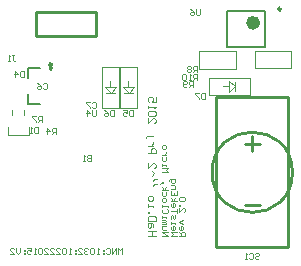
<source format=gbo>
G04 Layer_Color=32896*
%FSLAX25Y25*%
%MOIN*%
G70*
G01*
G75*
%ADD28C,0.01000*%
%ADD51C,0.00984*%
%ADD52C,0.00295*%
%ADD54C,0.00787*%
%ADD55C,0.00394*%
%ADD56C,0.00250*%
%ADD93C,0.02362*%
%ADD94C,0.00400*%
D28*
X96386Y41500D02*
G03*
X96386Y41500I-13386J0D01*
G01*
X16276Y76252D02*
G03*
X16276Y76252I-394J0D01*
G01*
X80500Y30500D02*
X85500D01*
X83000Y48500D02*
Y53500D01*
X80500Y51000D02*
X85500D01*
X71000Y16500D02*
Y66500D01*
Y16500D02*
X95000D01*
Y66500D01*
X71000D02*
X95000D01*
X11000Y87000D02*
X31000D01*
X11000Y95000D02*
X31000D01*
X11000Y87000D02*
Y95000D01*
X31000Y87000D02*
Y95000D01*
D51*
X92613Y95893D02*
G03*
X92613Y95893I-492J0D01*
G01*
X16217Y77387D02*
G03*
X16217Y77387I-492J0D01*
G01*
D52*
X73261Y70100D02*
X75229D01*
Y72069D02*
X77198Y70198D01*
X75229Y68230D02*
Y72069D01*
Y68230D02*
X77198Y70198D01*
Y68624D02*
Y71576D01*
X82119Y67147D02*
Y72954D01*
X68438D02*
X82119D01*
X68438Y67147D02*
Y72954D01*
Y67147D02*
X82119D01*
X41700Y69871D02*
Y71839D01*
X41798Y67902D02*
X43668Y69871D01*
X39830D02*
X43668D01*
X39830D02*
X41798Y67902D01*
X40224D02*
X43176D01*
X38747Y62981D02*
X44554D01*
Y76662D01*
X38747D02*
X44554D01*
X38747Y62981D02*
Y76662D01*
X35700Y69871D02*
Y71839D01*
X35798Y67902D02*
X37668Y69871D01*
X33830D02*
X37668D01*
X33830D02*
X35798Y67902D01*
X34224D02*
X37176D01*
X32747Y62981D02*
X38554D01*
Y76662D01*
X32747D02*
X38554D01*
X32747Y62981D02*
Y76662D01*
D54*
X87199Y83098D02*
Y95302D01*
X74601Y83098D02*
Y95302D01*
X87199D01*
X74601Y83098D02*
X87199D01*
X8244Y64394D02*
Y67544D01*
Y64394D02*
X12181D01*
X8244Y73056D02*
Y76205D01*
X12181D01*
D55*
X18566Y72606D02*
G03*
X18566Y72606I-197J0D01*
G01*
X65398Y81953D02*
X77602D01*
X65398Y76047D02*
Y81953D01*
Y76047D02*
X77602D01*
Y81953D01*
X83798Y82053D02*
X96002D01*
X83798Y76147D02*
Y82053D01*
Y76147D02*
X96002D01*
Y82053D01*
X3032Y60713D02*
Y62287D01*
X6968Y60713D02*
Y62287D01*
D56*
X50782Y20350D02*
X48283D01*
X49533D01*
Y22016D01*
X50782D01*
X48283D01*
X49949Y23266D02*
Y24099D01*
X49533Y24515D01*
X48283D01*
Y23266D01*
X48700Y22849D01*
X49116Y23266D01*
Y24515D01*
X50782Y25348D02*
X48283D01*
Y26598D01*
X48700Y27014D01*
X50366D01*
X50782Y26598D01*
Y25348D01*
X48283Y27848D02*
X48700D01*
Y28264D01*
X48283D01*
Y27848D01*
Y29930D02*
Y30763D01*
Y30347D01*
X49949D01*
Y29930D01*
X48283Y32429D02*
Y33263D01*
X48700Y33679D01*
X49533D01*
X49949Y33263D01*
Y32429D01*
X49533Y32013D01*
X48700D01*
X48283Y32429D01*
X51199Y37428D02*
X50366D01*
X49949Y37011D01*
X51199Y39094D02*
X50366D01*
X49949Y38677D01*
X49533Y40343D02*
X50366Y41177D01*
X49533Y42010D01*
X48283Y44509D02*
Y42843D01*
X49949Y44509D01*
X50366D01*
X50782Y44092D01*
Y43259D01*
X50366Y42843D01*
X48283Y47841D02*
X50782D01*
Y49091D01*
X50366Y49507D01*
X49533D01*
X49116Y49091D01*
Y47841D01*
X49949Y50340D02*
X48283D01*
X49116D01*
X49533Y50757D01*
X49949Y51173D01*
Y51590D01*
X47450Y52839D02*
Y53256D01*
X47866Y53672D01*
X49949D01*
X48283Y59504D02*
Y57838D01*
X49949Y59504D01*
X50366D01*
X50782Y59088D01*
Y58254D01*
X50366Y57838D01*
Y60337D02*
X50782Y60754D01*
Y61587D01*
X50366Y62003D01*
X48700D01*
X48283Y61587D01*
Y60754D01*
X48700Y60337D01*
X50366D01*
X48283Y62836D02*
Y63669D01*
Y63253D01*
X50782D01*
X50366Y62836D01*
X50782Y66585D02*
Y64919D01*
X49533D01*
X49949Y65752D01*
Y66168D01*
X49533Y66585D01*
X48700D01*
X48283Y66168D01*
Y65335D01*
X48700Y64919D01*
X13167Y71066D02*
X13500Y71399D01*
X14167D01*
X14500Y71066D01*
Y69733D01*
X14167Y69400D01*
X13500D01*
X13167Y69733D01*
X11168Y71399D02*
X11834Y71066D01*
X12501Y70400D01*
Y69733D01*
X12167Y69400D01*
X11501D01*
X11168Y69733D01*
Y70066D01*
X11501Y70400D01*
X12501D01*
X29667Y64466D02*
X30000Y64799D01*
X30667D01*
X31000Y64466D01*
Y63133D01*
X30667Y62800D01*
X30000D01*
X29667Y63133D01*
X29001Y64799D02*
X27668D01*
Y64466D01*
X29001Y63133D01*
Y62800D01*
X11500Y56499D02*
Y54500D01*
X10500D01*
X10167Y54833D01*
Y56166D01*
X10500Y56499D01*
X11500D01*
X9501Y54500D02*
X8834D01*
X9167D01*
Y56499D01*
X9501Y56166D01*
X7000Y75299D02*
Y73300D01*
X6000D01*
X5667Y73633D01*
Y74966D01*
X6000Y75299D01*
X7000D01*
X4001Y73300D02*
Y75299D01*
X5001Y74300D01*
X3668D01*
X2967Y80699D02*
X3634D01*
X3300D01*
Y79033D01*
X3634Y78700D01*
X3967D01*
X4300Y79033D01*
X2301Y78700D02*
X1634D01*
X1967D01*
Y80699D01*
X2301Y80366D01*
X17700Y54200D02*
Y56199D01*
X16700D01*
X16367Y55866D01*
Y55200D01*
X16700Y54866D01*
X17700D01*
X17033D02*
X16367Y54200D01*
X14701D02*
Y56199D01*
X15701Y55200D01*
X14368D01*
X13000Y58300D02*
Y60299D01*
X12000D01*
X11667Y59966D01*
Y59300D01*
X12000Y58966D01*
X13000D01*
X12333D02*
X11667Y58300D01*
X11001Y60299D02*
X9668D01*
Y59966D01*
X11001Y58633D01*
Y58300D01*
X30900Y62299D02*
Y60633D01*
X30567Y60300D01*
X29900D01*
X29567Y60633D01*
Y62299D01*
X27901Y60300D02*
Y62299D01*
X28901Y61300D01*
X27568D01*
X29100Y47299D02*
Y45300D01*
X28100D01*
X27767Y45633D01*
Y45966D01*
X28100Y46300D01*
X29100D01*
X28100D01*
X27767Y46633D01*
Y46966D01*
X28100Y47299D01*
X29100D01*
X27101Y45300D02*
X26434D01*
X26767D01*
Y47299D01*
X27101Y46966D01*
X43400Y62199D02*
Y60200D01*
X42400D01*
X42067Y60533D01*
Y61866D01*
X42400Y62199D01*
X43400D01*
X40068D02*
X41401D01*
Y61200D01*
X40734Y61533D01*
X40401D01*
X40068Y61200D01*
Y60533D01*
X40401Y60200D01*
X41067D01*
X41401Y60533D01*
X37000Y62199D02*
Y60200D01*
X36000D01*
X35667Y60533D01*
Y61866D01*
X36000Y62199D01*
X37000D01*
X33668D02*
X34334Y61866D01*
X35001Y61200D01*
Y60533D01*
X34667Y60200D01*
X34001D01*
X33668Y60533D01*
Y60866D01*
X34001Y61200D01*
X35001D01*
X67100Y67999D02*
Y66000D01*
X66100D01*
X65767Y66333D01*
Y67666D01*
X66100Y67999D01*
X67100D01*
X65101D02*
X63768D01*
Y67666D01*
X65101Y66333D01*
Y66000D01*
X64700Y75000D02*
Y76999D01*
X63700D01*
X63367Y76666D01*
Y76000D01*
X63700Y75666D01*
X64700D01*
X64034D02*
X63367Y75000D01*
X62701Y76666D02*
X62367Y76999D01*
X61701D01*
X61368Y76666D01*
Y76333D01*
X61701Y76000D01*
X61368Y75666D01*
Y75333D01*
X61701Y75000D01*
X62367D01*
X62701Y75333D01*
Y75666D01*
X62367Y76000D01*
X62701Y76333D01*
Y76666D01*
X62367Y76000D02*
X61701D01*
X63100Y70000D02*
Y71999D01*
X62100D01*
X61767Y71666D01*
Y71000D01*
X62100Y70666D01*
X63100D01*
X62434D02*
X61767Y70000D01*
X61101Y70333D02*
X60767Y70000D01*
X60101D01*
X59768Y70333D01*
Y71666D01*
X60101Y71999D01*
X60767D01*
X61101Y71666D01*
Y71333D01*
X60767Y71000D01*
X59768D01*
X64700Y72400D02*
Y74399D01*
X63700D01*
X63367Y74066D01*
Y73400D01*
X63700Y73066D01*
X64700D01*
X64034D02*
X63367Y72400D01*
X62701D02*
X62034D01*
X62367D01*
Y74399D01*
X62701Y74066D01*
X61035D02*
X60701Y74399D01*
X60035D01*
X59702Y74066D01*
Y72733D01*
X60035Y72400D01*
X60701D01*
X61035Y72733D01*
Y74066D01*
X83967Y14166D02*
X84300Y14499D01*
X84967D01*
X85300Y14166D01*
Y13833D01*
X84967Y13500D01*
X84300D01*
X83967Y13167D01*
Y12833D01*
X84300Y12500D01*
X84967D01*
X85300Y12833D01*
X81968Y14166D02*
X82301Y14499D01*
X82967D01*
X83301Y14166D01*
Y12833D01*
X82967Y12500D01*
X82301D01*
X81968Y12833D01*
X81301Y12500D02*
X80635D01*
X80968D01*
Y14499D01*
X81301Y14166D01*
X65700Y95899D02*
Y94233D01*
X65367Y93900D01*
X64700D01*
X64367Y94233D01*
Y95899D01*
X62368D02*
X63034Y95566D01*
X63701Y94900D01*
Y94233D01*
X63367Y93900D01*
X62701D01*
X62368Y94233D01*
Y94566D01*
X62701Y94900D01*
X63701D01*
X52800Y20400D02*
X54799D01*
X52800Y21733D01*
X54799D01*
X54133Y22399D02*
X53133D01*
X52800Y22733D01*
Y23732D01*
X54133D01*
X52800Y24399D02*
X54133D01*
Y24732D01*
X53800Y25065D01*
X52800D01*
X53800D01*
X54133Y25398D01*
X53800Y25732D01*
X52800D01*
Y26398D02*
Y27064D01*
Y26731D01*
X54133D01*
Y26398D01*
X54466Y29397D02*
X54799Y29064D01*
Y28397D01*
X54466Y28064D01*
X53133D01*
X52800Y28397D01*
Y29064D01*
X53133Y29397D01*
X52800Y30064D02*
Y30730D01*
Y30397D01*
X54799D01*
Y30064D01*
X52800Y32063D02*
Y32729D01*
X53133Y33063D01*
X53800D01*
X54133Y32729D01*
Y32063D01*
X53800Y31730D01*
X53133D01*
X52800Y32063D01*
X54133Y35062D02*
Y34062D01*
X53800Y33729D01*
X53133D01*
X52800Y34062D01*
Y35062D01*
Y35728D02*
X54799D01*
X53466D02*
X54133Y36728D01*
X53466Y35728D02*
X52800Y36728D01*
X52467Y38061D02*
X52800Y38394D01*
X53133D01*
Y38061D01*
X52800D01*
Y38394D01*
X52467Y38061D01*
X52134Y37728D01*
X52800Y41726D02*
X54799D01*
X54133Y42393D01*
X54799Y43059D01*
X52800D01*
Y43726D02*
Y44392D01*
Y44059D01*
X54133D01*
Y43726D01*
Y46725D02*
Y45725D01*
X53800Y45392D01*
X53133D01*
X52800Y45725D01*
Y46725D01*
X54133Y47391D02*
X52800D01*
X53466D01*
X53800Y47725D01*
X54133Y48058D01*
Y48391D01*
X52800Y49724D02*
Y50390D01*
X53133Y50723D01*
X53800D01*
X54133Y50390D01*
Y49724D01*
X53800Y49391D01*
X53133D01*
X52800Y49724D01*
X57799Y20300D02*
X55800D01*
X56466Y20967D01*
X55800Y21633D01*
X57799D01*
X55800Y23299D02*
Y22633D01*
X56133Y22299D01*
X56800D01*
X57133Y22633D01*
Y23299D01*
X56800Y23632D01*
X56466D01*
Y22299D01*
X55800Y24299D02*
Y24965D01*
Y24632D01*
X57133D01*
Y24299D01*
X55800Y25965D02*
Y26965D01*
X56133Y27298D01*
X56466Y26965D01*
Y26298D01*
X56800Y25965D01*
X57133Y26298D01*
Y27298D01*
X57799Y27964D02*
Y29297D01*
Y28631D01*
X55800D01*
Y30963D02*
Y30297D01*
X56133Y29963D01*
X56800D01*
X57133Y30297D01*
Y30963D01*
X56800Y31296D01*
X56466D01*
Y29963D01*
X55800Y31963D02*
X57799D01*
X56466D02*
X57133Y32963D01*
X56466Y31963D02*
X55800Y32963D01*
X57799Y35295D02*
Y33962D01*
X55800D01*
Y35295D01*
X56800Y33962D02*
Y34629D01*
X55800Y35962D02*
X57133D01*
Y36961D01*
X56800Y37295D01*
X55800D01*
X55134Y38627D02*
Y38961D01*
X55467Y39294D01*
X57133D01*
Y38294D01*
X56800Y37961D01*
X56133D01*
X55800Y38294D01*
Y39294D01*
X58700Y20300D02*
X60699D01*
Y21300D01*
X60366Y21633D01*
X59700D01*
X59366Y21300D01*
Y20300D01*
Y20967D02*
X58700Y21633D01*
Y23299D02*
Y22633D01*
X59033Y22299D01*
X59700D01*
X60033Y22633D01*
Y23299D01*
X59700Y23632D01*
X59366D01*
Y22299D01*
X60033Y24299D02*
X58700Y24965D01*
X60033Y25632D01*
X58700Y29630D02*
Y28297D01*
X60033Y29630D01*
X60366D01*
X60699Y29297D01*
Y28631D01*
X60366Y28297D01*
X58700Y30297D02*
X59033D01*
Y30630D01*
X58700D01*
Y30297D01*
X60366Y31963D02*
X60699Y32296D01*
Y32963D01*
X60366Y33296D01*
X59033D01*
X58700Y32963D01*
Y32296D01*
X59033Y31963D01*
X60366D01*
X39700Y14400D02*
Y16399D01*
X39034Y15733D01*
X38367Y16399D01*
Y14400D01*
X37701D02*
Y16399D01*
X36368Y14400D01*
Y16399D01*
X34368Y16066D02*
X34702Y16399D01*
X35368D01*
X35701Y16066D01*
Y14733D01*
X35368Y14400D01*
X34702D01*
X34368Y14733D01*
X33702Y15733D02*
X33369D01*
Y15400D01*
X33702D01*
Y15733D01*
Y14733D02*
X33369D01*
Y14400D01*
X33702D01*
Y14733D01*
X32036Y14400D02*
X31369D01*
X31703D01*
Y16399D01*
X32036Y16066D01*
X30370D02*
X30037Y16399D01*
X29370D01*
X29037Y16066D01*
Y14733D01*
X29370Y14400D01*
X30037D01*
X30370Y14733D01*
Y16066D01*
X28370D02*
X28037Y16399D01*
X27371D01*
X27037Y16066D01*
Y15733D01*
X27371Y15400D01*
X27704D01*
X27371D01*
X27037Y15067D01*
Y14733D01*
X27371Y14400D01*
X28037D01*
X28370Y14733D01*
X25038Y14400D02*
X26371D01*
X25038Y15733D01*
Y16066D01*
X25371Y16399D01*
X26038D01*
X26371Y16066D01*
X24372Y15733D02*
X24038D01*
Y15400D01*
X24372D01*
Y15733D01*
Y14733D02*
X24038D01*
Y14400D01*
X24372D01*
Y14733D01*
X22705Y14400D02*
X22039D01*
X22372D01*
Y16399D01*
X22705Y16066D01*
X21039D02*
X20706Y16399D01*
X20040D01*
X19706Y16066D01*
Y14733D01*
X20040Y14400D01*
X20706D01*
X21039Y14733D01*
Y16066D01*
X17707Y14400D02*
X19040D01*
X17707Y15733D01*
Y16066D01*
X18040Y16399D01*
X18707D01*
X19040Y16066D01*
X15708Y14400D02*
X17041D01*
X15708Y15733D01*
Y16066D01*
X16041Y16399D01*
X16707D01*
X17041Y16066D01*
X13708Y14400D02*
X15041D01*
X13708Y15733D01*
Y16066D01*
X14042Y16399D01*
X14708D01*
X15041Y16066D01*
X13042D02*
X12709Y16399D01*
X12042D01*
X11709Y16066D01*
Y14733D01*
X12042Y14400D01*
X12709D01*
X13042Y14733D01*
Y16066D01*
X11043Y14400D02*
X10376D01*
X10709D01*
Y16399D01*
X11043Y16066D01*
X8044Y16399D02*
X9376D01*
Y15400D01*
X8710Y15733D01*
X8377D01*
X8044Y15400D01*
Y14733D01*
X8377Y14400D01*
X9043D01*
X9376Y14733D01*
X7377Y15733D02*
X7044D01*
Y15400D01*
X7377D01*
Y15733D01*
Y14733D02*
X7044D01*
Y14400D01*
X7377D01*
Y14733D01*
X5711Y16399D02*
Y15067D01*
X5045Y14400D01*
X4378Y15067D01*
Y16399D01*
X2379Y14400D02*
X3712D01*
X2379Y15733D01*
Y16066D01*
X2712Y16399D01*
X3378D01*
X3712Y16066D01*
D93*
X84443Y91365D02*
G03*
X84443Y91365I-1181J0D01*
G01*
D94*
X1500Y54000D02*
X8500D01*
X1500D02*
Y56500D01*
X8500Y54000D02*
Y56500D01*
M02*

</source>
